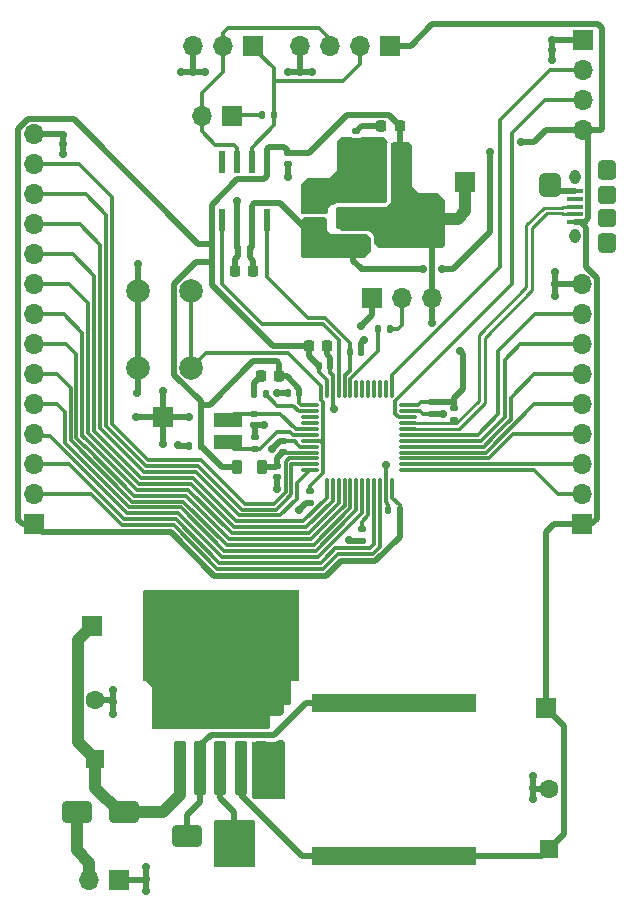
<source format=gbr>
%TF.GenerationSoftware,KiCad,Pcbnew,8.0.6*%
%TF.CreationDate,2024-11-10T12:55:48-08:00*%
%TF.ProjectId,stm32-can-do,73746d33-322d-4636-916e-2d646f2e6b69,v0.1*%
%TF.SameCoordinates,Original*%
%TF.FileFunction,Copper,L1,Top*%
%TF.FilePolarity,Positive*%
%FSLAX46Y46*%
G04 Gerber Fmt 4.6, Leading zero omitted, Abs format (unit mm)*
G04 Created by KiCad (PCBNEW 8.0.6) date 2024-11-10 12:55:48*
%MOMM*%
%LPD*%
G01*
G04 APERTURE LIST*
G04 Aperture macros list*
%AMRoundRect*
0 Rectangle with rounded corners*
0 $1 Rounding radius*
0 $2 $3 $4 $5 $6 $7 $8 $9 X,Y pos of 4 corners*
0 Add a 4 corners polygon primitive as box body*
4,1,4,$2,$3,$4,$5,$6,$7,$8,$9,$2,$3,0*
0 Add four circle primitives for the rounded corners*
1,1,$1+$1,$2,$3*
1,1,$1+$1,$4,$5*
1,1,$1+$1,$6,$7*
1,1,$1+$1,$8,$9*
0 Add four rect primitives between the rounded corners*
20,1,$1+$1,$2,$3,$4,$5,0*
20,1,$1+$1,$4,$5,$6,$7,0*
20,1,$1+$1,$6,$7,$8,$9,0*
20,1,$1+$1,$8,$9,$2,$3,0*%
G04 Aperture macros list end*
%TA.AperFunction,ComponentPad*%
%ADD10R,1.700000X1.700000*%
%TD*%
%TA.AperFunction,ComponentPad*%
%ADD11O,1.700000X1.700000*%
%TD*%
%TA.AperFunction,SMDPad,CuDef*%
%ADD12RoundRect,0.250000X0.250000X0.475000X-0.250000X0.475000X-0.250000X-0.475000X0.250000X-0.475000X0*%
%TD*%
%TA.AperFunction,SMDPad,CuDef*%
%ADD13RoundRect,0.218750X-0.218750X-0.256250X0.218750X-0.256250X0.218750X0.256250X-0.218750X0.256250X0*%
%TD*%
%TA.AperFunction,SMDPad,CuDef*%
%ADD14RoundRect,0.250000X0.475000X-0.250000X0.475000X0.250000X-0.475000X0.250000X-0.475000X-0.250000X0*%
%TD*%
%TA.AperFunction,SMDPad,CuDef*%
%ADD15R,13.970000X1.524000*%
%TD*%
%TA.AperFunction,SMDPad,CuDef*%
%ADD16RoundRect,0.140000X0.170000X-0.140000X0.170000X0.140000X-0.170000X0.140000X-0.170000X-0.140000X0*%
%TD*%
%TA.AperFunction,SMDPad,CuDef*%
%ADD17RoundRect,0.250000X-1.000000X-0.650000X1.000000X-0.650000X1.000000X0.650000X-1.000000X0.650000X0*%
%TD*%
%TA.AperFunction,ComponentPad*%
%ADD18R,1.600000X1.600000*%
%TD*%
%TA.AperFunction,ComponentPad*%
%ADD19C,1.600000*%
%TD*%
%TA.AperFunction,SMDPad,CuDef*%
%ADD20RoundRect,0.250000X1.000000X0.650000X-1.000000X0.650000X-1.000000X-0.650000X1.000000X-0.650000X0*%
%TD*%
%TA.AperFunction,SMDPad,CuDef*%
%ADD21RoundRect,0.140000X0.140000X0.170000X-0.140000X0.170000X-0.140000X-0.170000X0.140000X-0.170000X0*%
%TD*%
%TA.AperFunction,SMDPad,CuDef*%
%ADD22RoundRect,0.250000X0.300000X-2.050000X0.300000X2.050000X-0.300000X2.050000X-0.300000X-2.050000X0*%
%TD*%
%TA.AperFunction,SMDPad,CuDef*%
%ADD23RoundRect,0.250000X2.375000X-2.025000X2.375000X2.025000X-2.375000X2.025000X-2.375000X-2.025000X0*%
%TD*%
%TA.AperFunction,SMDPad,CuDef*%
%ADD24RoundRect,0.250002X5.149998X-4.449998X5.149998X4.449998X-5.149998X4.449998X-5.149998X-4.449998X0*%
%TD*%
%TA.AperFunction,SMDPad,CuDef*%
%ADD25RoundRect,0.140000X-0.140000X-0.170000X0.140000X-0.170000X0.140000X0.170000X-0.140000X0.170000X0*%
%TD*%
%TA.AperFunction,SMDPad,CuDef*%
%ADD26RoundRect,0.075000X-0.662500X-0.075000X0.662500X-0.075000X0.662500X0.075000X-0.662500X0.075000X0*%
%TD*%
%TA.AperFunction,SMDPad,CuDef*%
%ADD27RoundRect,0.075000X-0.075000X-0.662500X0.075000X-0.662500X0.075000X0.662500X-0.075000X0.662500X0*%
%TD*%
%TA.AperFunction,SMDPad,CuDef*%
%ADD28RoundRect,0.225000X-0.225000X-0.250000X0.225000X-0.250000X0.225000X0.250000X-0.225000X0.250000X0*%
%TD*%
%TA.AperFunction,SMDPad,CuDef*%
%ADD29RoundRect,0.135000X-0.185000X0.135000X-0.185000X-0.135000X0.185000X-0.135000X0.185000X0.135000X0*%
%TD*%
%TA.AperFunction,SMDPad,CuDef*%
%ADD30RoundRect,0.140000X-0.170000X0.140000X-0.170000X-0.140000X0.170000X-0.140000X0.170000X0.140000X0*%
%TD*%
%TA.AperFunction,SMDPad,CuDef*%
%ADD31RoundRect,0.100000X0.575000X-0.100000X0.575000X0.100000X-0.575000X0.100000X-0.575000X-0.100000X0*%
%TD*%
%TA.AperFunction,ComponentPad*%
%ADD32O,1.550000X0.890000*%
%TD*%
%TA.AperFunction,SMDPad,CuDef*%
%ADD33RoundRect,0.250000X0.525000X-0.475000X0.525000X0.475000X-0.525000X0.475000X-0.525000X-0.475000X0*%
%TD*%
%TA.AperFunction,ComponentPad*%
%ADD34O,0.950000X1.250000*%
%TD*%
%TA.AperFunction,SMDPad,CuDef*%
%ADD35RoundRect,0.250000X0.525000X-0.500000X0.525000X0.500000X-0.525000X0.500000X-0.525000X-0.500000X0*%
%TD*%
%TA.AperFunction,ComponentPad*%
%ADD36C,2.000000*%
%TD*%
%TA.AperFunction,SMDPad,CuDef*%
%ADD37R,0.558000X1.969999*%
%TD*%
%TA.AperFunction,SMDPad,CuDef*%
%ADD38RoundRect,0.375000X-0.625000X-0.375000X0.625000X-0.375000X0.625000X0.375000X-0.625000X0.375000X0*%
%TD*%
%TA.AperFunction,SMDPad,CuDef*%
%ADD39RoundRect,0.500000X-0.500000X-1.400000X0.500000X-1.400000X0.500000X1.400000X-0.500000X1.400000X0*%
%TD*%
%TA.AperFunction,SMDPad,CuDef*%
%ADD40RoundRect,0.135000X-0.135000X-0.185000X0.135000X-0.185000X0.135000X0.185000X-0.135000X0.185000X0*%
%TD*%
%TA.AperFunction,SMDPad,CuDef*%
%ADD41R,2.387600X1.295400*%
%TD*%
%TA.AperFunction,SMDPad,CuDef*%
%ADD42RoundRect,0.135000X0.185000X-0.135000X0.185000X0.135000X-0.185000X0.135000X-0.185000X-0.135000X0*%
%TD*%
%TA.AperFunction,SMDPad,CuDef*%
%ADD43RoundRect,0.218750X0.218750X0.381250X-0.218750X0.381250X-0.218750X-0.381250X0.218750X-0.381250X0*%
%TD*%
%TA.AperFunction,SMDPad,CuDef*%
%ADD44RoundRect,0.225000X0.225000X0.250000X-0.225000X0.250000X-0.225000X-0.250000X0.225000X-0.250000X0*%
%TD*%
%TA.AperFunction,SMDPad,CuDef*%
%ADD45RoundRect,0.135000X0.135000X0.185000X-0.135000X0.185000X-0.135000X-0.185000X0.135000X-0.185000X0*%
%TD*%
%TA.AperFunction,ViaPad*%
%ADD46C,0.700000*%
%TD*%
%TA.AperFunction,Conductor*%
%ADD47C,0.500000*%
%TD*%
%TA.AperFunction,Conductor*%
%ADD48C,0.300000*%
%TD*%
%TA.AperFunction,Conductor*%
%ADD49C,1.000000*%
%TD*%
%TA.AperFunction,Conductor*%
%ADD50C,0.250000*%
%TD*%
G04 APERTURE END LIST*
D10*
%TO.P,JP2,1,A*%
%TO.N,/STM32F103C8T6/JMPR_CAN_T*%
X137525000Y-55600000D03*
D11*
%TO.P,JP2,2,B*%
%TO.N,CAN_H*%
X134985000Y-55600000D03*
%TD*%
D12*
%TO.P,C19,1*%
%TO.N,+3.3V*%
X151775000Y-59012500D03*
%TO.P,C19,2*%
%TO.N,GND*%
X149875000Y-59012500D03*
%TD*%
D10*
%TO.P,J2,1,Pin_1*%
%TO.N,GND*%
X127967500Y-120302000D03*
D11*
%TO.P,J2,2,Pin_2*%
%TO.N,+24V*%
X125427500Y-120302000D03*
%TD*%
D10*
%TO.P,JP1,1,A*%
%TO.N,GND*%
X149410000Y-71075000D03*
D11*
%TO.P,JP1,2,C*%
%TO.N,/STM32F103C8T6/JMPR_BOOT0*%
X151950000Y-71075000D03*
%TO.P,JP1,3,B*%
%TO.N,+3.3V*%
X154490000Y-71075000D03*
%TD*%
D10*
%TO.P,TP3,1,1*%
%TO.N,+3.3V*%
X157300000Y-61250000D03*
%TD*%
D13*
%TO.P,D1,1,K*%
%TO.N,/STM32F103C8T6/LED_USR_R*%
X139987500Y-77675000D03*
%TO.P,D1,2,A*%
%TO.N,+3.3V*%
X141562500Y-77675000D03*
%TD*%
D14*
%TO.P,C18,1*%
%TO.N,+5V*%
X144525000Y-64937500D03*
%TO.P,C18,2*%
%TO.N,GND*%
X144525000Y-63037500D03*
%TD*%
D15*
%TO.P,L1,1,1*%
%TO.N,/Power Regulation/VOUT*%
X151292500Y-105325000D03*
%TO.P,L1,2,2*%
%TO.N,+5V*%
X151292500Y-118279000D03*
%TD*%
D16*
%TO.P,C13,1*%
%TO.N,+3.3VA*%
X141850000Y-84105000D03*
%TO.P,C13,2*%
%TO.N,GND*%
X141850000Y-83145000D03*
%TD*%
D17*
%TO.P,D3,1,K*%
%TO.N,/Power Regulation/VOUT*%
X133742500Y-116602000D03*
%TO.P,D3,2,A*%
%TO.N,GND*%
X137742500Y-116602000D03*
%TD*%
D10*
%TO.P,J5,1,Pin_1*%
%TO.N,CAN_L*%
X139350000Y-49700000D03*
D11*
%TO.P,J5,2,Pin_2*%
%TO.N,CAN_H*%
X136810000Y-49700000D03*
%TO.P,J5,3,Pin_3*%
%TO.N,GND*%
X134270000Y-49700000D03*
%TD*%
D18*
%TO.P,C17,1*%
%TO.N,+5V*%
X164417500Y-117654651D03*
D19*
%TO.P,C17,2*%
%TO.N,GND*%
X164417500Y-112654651D03*
%TD*%
D10*
%TO.P,J7,1,Pin_1*%
%TO.N,+5V*%
X167150000Y-90200000D03*
D11*
%TO.P,J7,2,Pin_2*%
%TO.N,PB12*%
X167150000Y-87660000D03*
%TO.P,J7,3,Pin_3*%
%TO.N,PB13*%
X167150000Y-85120000D03*
%TO.P,J7,4,Pin_4*%
%TO.N,PB14*%
X167150000Y-82580000D03*
%TO.P,J7,5,Pin_5*%
%TO.N,PB15*%
X167150000Y-80040000D03*
%TO.P,J7,6,Pin_6*%
%TO.N,PA8*%
X167150000Y-77500000D03*
%TO.P,J7,7,Pin_7*%
%TO.N,PA9*%
X167150000Y-74960000D03*
%TO.P,J7,8,Pin_8*%
%TO.N,PA10*%
X167150000Y-72420000D03*
%TO.P,J7,9,Pin_9*%
%TO.N,GND*%
X167150000Y-69880000D03*
%TD*%
D18*
%TO.P,C16,1*%
%TO.N,+24VPROT*%
X125967500Y-110104651D03*
D19*
%TO.P,C16,2*%
%TO.N,GND*%
X125967500Y-105104651D03*
%TD*%
D20*
%TO.P,D2,1,K*%
%TO.N,+24VPROT*%
X128392500Y-114577000D03*
%TO.P,D2,2,A*%
%TO.N,+24V*%
X124392500Y-114577000D03*
%TD*%
D13*
%TO.P,D4,1,K*%
%TO.N,/Power Regulation/LED_PWR_R*%
X150187500Y-56487500D03*
%TO.P,D4,2,A*%
%TO.N,+3.3V*%
X151762500Y-56487500D03*
%TD*%
D10*
%TO.P,J3,1,Pin_1*%
%TO.N,+5V*%
X150945000Y-49700000D03*
D11*
%TO.P,J3,2,Pin_2*%
%TO.N,CAN_L*%
X148405000Y-49700000D03*
%TO.P,J3,3,Pin_3*%
%TO.N,CAN_H*%
X145865000Y-49700000D03*
%TO.P,J3,4,Pin_4*%
%TO.N,GND*%
X143325000Y-49700000D03*
%TD*%
D21*
%TO.P,C3,1*%
%TO.N,+5V*%
X139035000Y-66926300D03*
%TO.P,C3,2*%
%TO.N,GND*%
X138075000Y-66926300D03*
%TD*%
D16*
%TO.P,C8,1*%
%TO.N,GND*%
X139424999Y-81782499D03*
%TO.P,C8,2*%
%TO.N,/STM32F103C8T6/OSC_IN*%
X139424999Y-80822499D03*
%TD*%
D10*
%TO.P,TP1,1,1*%
%TO.N,+24VPROT*%
X125667500Y-98802000D03*
%TD*%
%TO.P,J6,1,Pin_1*%
%TO.N,+3.3V*%
X120775000Y-90205000D03*
D11*
%TO.P,J6,2,Pin_2*%
%TO.N,PB11*%
X120775000Y-87665000D03*
%TO.P,J6,3,Pin_3*%
%TO.N,PB10*%
X120775000Y-85125000D03*
%TO.P,J6,4,Pin_4*%
%TO.N,PB1*%
X120775000Y-82585000D03*
%TO.P,J6,5,Pin_5*%
%TO.N,PB0*%
X120775000Y-80045000D03*
%TO.P,J6,6,Pin_6*%
%TO.N,PA7*%
X120775000Y-77505000D03*
%TO.P,J6,7,Pin_7*%
%TO.N,PA6*%
X120775000Y-74965000D03*
%TO.P,J6,8,Pin_8*%
%TO.N,PA5*%
X120775000Y-72425000D03*
%TO.P,J6,9,Pin_9*%
%TO.N,PA4*%
X120775000Y-69885000D03*
%TO.P,J6,10,Pin_10*%
%TO.N,PA3*%
X120775000Y-67345000D03*
%TO.P,J6,11,Pin_11*%
%TO.N,PA2*%
X120775000Y-64805000D03*
%TO.P,J6,12,Pin_12*%
%TO.N,PA1*%
X120775000Y-62265000D03*
%TO.P,J6,13,Pin_13*%
%TO.N,PA0*%
X120775000Y-59725000D03*
%TO.P,J6,14,Pin_14*%
%TO.N,GND*%
X120775000Y-57185000D03*
%TD*%
D22*
%TO.P,U3,1,VIN*%
%TO.N,+24VPROT*%
X133167500Y-110802000D03*
%TO.P,U3,2,OUT*%
%TO.N,/Power Regulation/VOUT*%
X134867500Y-110802000D03*
%TO.P,U3,3,GND*%
%TO.N,GND*%
X136567500Y-110802000D03*
D23*
X133792500Y-104077000D03*
X139342500Y-104077000D03*
D24*
X136567500Y-101652000D03*
D23*
X133792500Y-99227000D03*
X139342500Y-99227000D03*
D22*
%TO.P,U3,4,FB*%
%TO.N,+5V*%
X138267500Y-110802000D03*
%TO.P,U3,5,~{ON}/OFF*%
%TO.N,GND*%
X139967500Y-110802000D03*
%TD*%
D25*
%TO.P,C5,1*%
%TO.N,/STM32F103C8T6/CAN_RX*%
X147495000Y-75575000D03*
%TO.P,C5,2*%
%TO.N,GND*%
X148455000Y-75575000D03*
%TD*%
D26*
%TO.P,U2,1,VBAT*%
%TO.N,+3.3V*%
X144162500Y-80125000D03*
%TO.P,U2,2,PC13*%
%TO.N,/STM32F103C8T6/PC13*%
X144162500Y-80625000D03*
%TO.P,U2,3,PC14*%
%TO.N,unconnected-(U2-PC14-Pad3)*%
X144162500Y-81125000D03*
%TO.P,U2,4,PC15*%
%TO.N,unconnected-(U2-PC15-Pad4)*%
X144162500Y-81625000D03*
%TO.P,U2,5,PD0*%
%TO.N,/STM32F103C8T6/OSC_IN*%
X144162500Y-82125000D03*
%TO.P,U2,6,PD1*%
%TO.N,/STM32F103C8T6/OSC_OUT*%
X144162500Y-82625000D03*
%TO.P,U2,7,NRST*%
%TO.N,/STM32F103C8T6/NRST*%
X144162500Y-83125000D03*
%TO.P,U2,8,VSSA*%
%TO.N,GND*%
X144162500Y-83625000D03*
%TO.P,U2,9,VDDA*%
%TO.N,+3.3VA*%
X144162500Y-84125000D03*
%TO.P,U2,10,PA0*%
%TO.N,PA0*%
X144162500Y-84625000D03*
%TO.P,U2,11,PA1*%
%TO.N,PA1*%
X144162500Y-85125000D03*
%TO.P,U2,12,PA2*%
%TO.N,PA2*%
X144162500Y-85625000D03*
D27*
%TO.P,U2,13,PA3*%
%TO.N,PA3*%
X145575000Y-87037500D03*
%TO.P,U2,14,PA4*%
%TO.N,PA4*%
X146075000Y-87037500D03*
%TO.P,U2,15,PA5*%
%TO.N,PA5*%
X146575000Y-87037500D03*
%TO.P,U2,16,PA6*%
%TO.N,PA6*%
X147075000Y-87037500D03*
%TO.P,U2,17,PA7*%
%TO.N,PA7*%
X147575000Y-87037500D03*
%TO.P,U2,18,PB0*%
%TO.N,PB0*%
X148075000Y-87037500D03*
%TO.P,U2,19,PB1*%
%TO.N,PB1*%
X148575000Y-87037500D03*
%TO.P,U2,20,PB2*%
%TO.N,/STM32F103C8T6/BOOT1*%
X149075000Y-87037500D03*
%TO.P,U2,21,PB10*%
%TO.N,PB10*%
X149575000Y-87037500D03*
%TO.P,U2,22,PB11*%
%TO.N,PB11*%
X150075000Y-87037500D03*
%TO.P,U2,23,VSS*%
%TO.N,GND*%
X150575000Y-87037500D03*
%TO.P,U2,24,VDD*%
%TO.N,+3.3V*%
X151075000Y-87037500D03*
D26*
%TO.P,U2,25,PB12*%
%TO.N,PB12*%
X152487500Y-85625000D03*
%TO.P,U2,26,PB13*%
%TO.N,PB13*%
X152487500Y-85125000D03*
%TO.P,U2,27,PB14*%
%TO.N,PB14*%
X152487500Y-84625000D03*
%TO.P,U2,28,PB15*%
%TO.N,PB15*%
X152487500Y-84125000D03*
%TO.P,U2,29,PA8*%
%TO.N,PA8*%
X152487500Y-83625000D03*
%TO.P,U2,30,PA9*%
%TO.N,PA9*%
X152487500Y-83125000D03*
%TO.P,U2,31,PA10*%
%TO.N,PA10*%
X152487500Y-82625000D03*
%TO.P,U2,32,PA11*%
%TO.N,USB_D-*%
X152487500Y-82125000D03*
%TO.P,U2,33,PA12*%
%TO.N,USB_D+*%
X152487500Y-81625000D03*
%TO.P,U2,34,PA13*%
%TO.N,SWDIO*%
X152487500Y-81125000D03*
%TO.P,U2,35,VSS*%
%TO.N,GND*%
X152487500Y-80625000D03*
%TO.P,U2,36,VDD*%
%TO.N,+3.3V*%
X152487500Y-80125000D03*
D27*
%TO.P,U2,37,PA14*%
%TO.N,SWCLK*%
X151075000Y-78712500D03*
%TO.P,U2,38,PA15*%
%TO.N,unconnected-(U2-PA15-Pad38)*%
X150575000Y-78712500D03*
%TO.P,U2,39,PB3*%
%TO.N,unconnected-(U2-PB3-Pad39)*%
X150075000Y-78712500D03*
%TO.P,U2,40,PB4*%
%TO.N,unconnected-(U2-PB4-Pad40)*%
X149575000Y-78712500D03*
%TO.P,U2,41,PB5*%
%TO.N,unconnected-(U2-PB5-Pad41)*%
X149075000Y-78712500D03*
%TO.P,U2,42,PB6*%
%TO.N,unconnected-(U2-PB6-Pad42)*%
X148575000Y-78712500D03*
%TO.P,U2,43,PB7*%
%TO.N,unconnected-(U2-PB7-Pad43)*%
X148075000Y-78712500D03*
%TO.P,U2,44,BOOT0*%
%TO.N,/STM32F103C8T6/BOOT0*%
X147575000Y-78712500D03*
%TO.P,U2,45,PB8*%
%TO.N,/STM32F103C8T6/CAN_RX*%
X147075000Y-78712500D03*
%TO.P,U2,46,PB9*%
%TO.N,/STM32F103C8T6/CAN_TX*%
X146575000Y-78712500D03*
%TO.P,U2,47,VSS*%
%TO.N,GND*%
X146075000Y-78712500D03*
%TO.P,U2,48,VDD*%
%TO.N,+3.3V*%
X145575000Y-78712500D03*
%TD*%
D25*
%TO.P,C11,1*%
%TO.N,+3.3V*%
X144920000Y-76825000D03*
%TO.P,C11,2*%
%TO.N,GND*%
X145880000Y-76825000D03*
%TD*%
D28*
%TO.P,C6,1*%
%TO.N,+3.3V*%
X144050000Y-75075000D03*
%TO.P,C6,2*%
%TO.N,GND*%
X145600000Y-75075000D03*
%TD*%
D29*
%TO.P,R6,1*%
%TO.N,+3.3V*%
X156375000Y-80365000D03*
%TO.P,R6,2*%
%TO.N,USB_D+*%
X156375000Y-81385000D03*
%TD*%
D30*
%TO.P,C1,1*%
%TO.N,/STM32F103C8T6/NRST*%
X144150000Y-87420000D03*
%TO.P,C1,2*%
%TO.N,GND*%
X144150000Y-88380000D03*
%TD*%
D31*
%TO.P,J4,1,VBUS*%
%TO.N,+5V*%
X166600000Y-64605000D03*
%TO.P,J4,2,D-*%
%TO.N,USB_D-*%
X166600000Y-63955000D03*
%TO.P,J4,3,D+*%
%TO.N,USB_D+*%
X166600000Y-63305000D03*
%TO.P,J4,4,ID*%
%TO.N,unconnected-(J4-ID-Pad4)*%
X166600000Y-62655000D03*
%TO.P,J4,5,GND*%
%TO.N,GND*%
X166600000Y-62005000D03*
D32*
%TO.P,J4,6,Shield*%
%TO.N,unconnected-(J4-Shield-Pad6)_2*%
X169300000Y-66805000D03*
D33*
%TO.N,unconnected-(J4-Shield-Pad6)_1*%
X169300000Y-66330000D03*
D34*
%TO.N,unconnected-(J4-Shield-Pad6)_3*%
X166600000Y-65805000D03*
D35*
%TO.N,unconnected-(J4-Shield-Pad6)_6*%
X169300000Y-64305000D03*
%TO.N,unconnected-(J4-Shield-Pad6)_7*%
X169300000Y-62305000D03*
D34*
%TO.N,unconnected-(J4-Shield-Pad6)_5*%
X166600000Y-60805000D03*
D33*
%TO.N,unconnected-(J4-Shield-Pad6)*%
X169300000Y-60280000D03*
D32*
%TO.N,unconnected-(J4-Shield-Pad6)_4*%
X169300000Y-59805000D03*
%TD*%
D30*
%TO.P,C14,1*%
%TO.N,+3.3V*%
X154475000Y-79875000D03*
%TO.P,C14,2*%
%TO.N,GND*%
X154475000Y-80835000D03*
%TD*%
D36*
%TO.P,SW1,1,1*%
%TO.N,GND*%
X129600000Y-76950000D03*
X129600000Y-70450000D03*
%TO.P,SW1,2,2*%
%TO.N,/STM32F103C8T6/NRST*%
X134100000Y-76950000D03*
X134100000Y-70450000D03*
%TD*%
D10*
%TO.P,TP4,1,1*%
%TO.N,GND*%
X131700000Y-81150000D03*
%TD*%
%TO.P,TP2,1,1*%
%TO.N,+5V*%
X164167500Y-105777000D03*
%TD*%
D30*
%TO.P,C12,1*%
%TO.N,GND*%
X139450000Y-82840000D03*
%TO.P,C12,2*%
%TO.N,/STM32F103C8T6/OSC_OUT*%
X139450000Y-83800000D03*
%TD*%
D37*
%TO.P,U1,1,TXD*%
%TO.N,/STM32F103C8T6/CAN_TX*%
X136670000Y-64451300D03*
%TO.P,U1,2,GND*%
%TO.N,GND*%
X137940000Y-64451300D03*
%TO.P,U1,3,VCC*%
%TO.N,+5V*%
X139210000Y-64451300D03*
%TO.P,U1,4,RXD*%
%TO.N,/STM32F103C8T6/CAN_RX*%
X140480000Y-64451300D03*
%TO.P,U1,5,VIO*%
%TO.N,+3.3V*%
X140480000Y-59523700D03*
%TO.P,U1,6,CANL*%
%TO.N,CAN_L*%
X139210000Y-59523700D03*
%TO.P,U1,7,CANH*%
%TO.N,CAN_H*%
X137940000Y-59523700D03*
%TO.P,U1,8,STBY*%
%TO.N,unconnected-(U1-STBY-Pad8)*%
X136670000Y-59523700D03*
%TD*%
D38*
%TO.P,U4,1,GND*%
%TO.N,GND*%
X147825000Y-62037500D03*
%TO.P,U4,2,VO*%
%TO.N,+3.3V*%
X147825000Y-64337500D03*
D39*
X154125000Y-64337500D03*
D38*
%TO.P,U4,3,VI*%
%TO.N,+5V*%
X147825000Y-66637500D03*
%TD*%
D40*
%TO.P,R4,1*%
%TO.N,/STM32F103C8T6/LED_USR_R*%
X139415000Y-79200000D03*
%TO.P,R4,2*%
%TO.N,/STM32F103C8T6/PC13*%
X140435000Y-79200000D03*
%TD*%
D41*
%TO.P,Y1,1,1*%
%TO.N,/STM32F103C8T6/OSC_OUT*%
X137175000Y-83250000D03*
%TO.P,Y1,2,2*%
%TO.N,/STM32F103C8T6/OSC_IN*%
X137175000Y-81345000D03*
%TD*%
D21*
%TO.P,C7,1*%
%TO.N,+3.3V*%
X134880000Y-83550000D03*
%TO.P,C7,2*%
%TO.N,GND*%
X133920000Y-83550000D03*
%TD*%
D10*
%TO.P,J1,1,Pin_1*%
%TO.N,GND*%
X167250000Y-49185000D03*
D11*
%TO.P,J1,2,Pin_2*%
%TO.N,SWCLK*%
X167250000Y-51725000D03*
%TO.P,J1,3,Pin_3*%
%TO.N,SWDIO*%
X167250000Y-54264999D03*
%TO.P,J1,4,Pin_4*%
%TO.N,+5V*%
X167250000Y-56805000D03*
%TD*%
D42*
%TO.P,R3,1*%
%TO.N,GND*%
X148550000Y-91620000D03*
%TO.P,R3,2*%
%TO.N,/STM32F103C8T6/BOOT1*%
X148550000Y-90600000D03*
%TD*%
D43*
%TO.P,FB1,1*%
%TO.N,+3.3VA*%
X140087500Y-85350000D03*
%TO.P,FB1,2*%
%TO.N,+3.3V*%
X137962500Y-85350000D03*
%TD*%
D30*
%TO.P,C2,1*%
%TO.N,+3.3V*%
X142325000Y-58777500D03*
%TO.P,C2,2*%
%TO.N,GND*%
X142325000Y-59737500D03*
%TD*%
D21*
%TO.P,C15,1*%
%TO.N,+3.3V*%
X151730000Y-88975000D03*
%TO.P,C15,2*%
%TO.N,GND*%
X150770000Y-88975000D03*
%TD*%
%TO.P,C9,1*%
%TO.N,+3.3V*%
X143255000Y-79050000D03*
%TO.P,C9,2*%
%TO.N,GND*%
X142295000Y-79050000D03*
%TD*%
D44*
%TO.P,C4,1*%
%TO.N,+5V*%
X139350000Y-68737500D03*
%TO.P,C4,2*%
%TO.N,GND*%
X137800000Y-68737500D03*
%TD*%
D45*
%TO.P,R2,1*%
%TO.N,/STM32F103C8T6/JMPR_BOOT0*%
X150960000Y-73675000D03*
%TO.P,R2,2*%
%TO.N,/STM32F103C8T6/BOOT0*%
X149940000Y-73675000D03*
%TD*%
D42*
%TO.P,R5,1*%
%TO.N,GND*%
X148075000Y-57947500D03*
%TO.P,R5,2*%
%TO.N,/Power Regulation/LED_PWR_R*%
X148075000Y-56927500D03*
%TD*%
D30*
%TO.P,C10,1*%
%TO.N,+3.3VA*%
X141375000Y-85275000D03*
%TO.P,C10,2*%
%TO.N,GND*%
X141375000Y-86235000D03*
%TD*%
D40*
%TO.P,R1,1*%
%TO.N,/STM32F103C8T6/JMPR_CAN_T*%
X140090000Y-55550000D03*
%TO.P,R1,2*%
%TO.N,CAN_L*%
X141110000Y-55550000D03*
%TD*%
D46*
%TO.N,GND*%
X132000000Y-107000000D03*
X145025000Y-61725000D03*
X137000000Y-107000000D03*
X127500000Y-106250000D03*
X163000000Y-113500000D03*
X127500000Y-104250000D03*
X164650000Y-50875000D03*
X164850000Y-68850000D03*
X130500000Y-98750000D03*
X135250000Y-51900000D03*
X164900000Y-60975000D03*
X140500000Y-96250000D03*
X164650000Y-49175000D03*
X164900000Y-61975000D03*
X142750000Y-101750000D03*
X142750000Y-102750000D03*
X142750000Y-98750000D03*
X142750000Y-100750000D03*
X132500000Y-96250000D03*
X130250000Y-121250000D03*
X144050000Y-61725000D03*
X129475000Y-79125000D03*
X130250000Y-119250000D03*
X141500000Y-96250000D03*
X134000000Y-107000000D03*
X123250000Y-57200000D03*
X148450000Y-73400000D03*
X130500000Y-101750000D03*
X134500000Y-96250000D03*
X148700000Y-59000000D03*
X135500000Y-96250000D03*
X140275000Y-81800000D03*
X135000000Y-107000000D03*
X148725000Y-74600000D03*
X163000000Y-111500000D03*
X146200000Y-80475000D03*
X123250000Y-58025000D03*
X141350000Y-79075000D03*
X129400000Y-81100000D03*
X133925000Y-81125000D03*
X137500000Y-96250000D03*
X144300000Y-51900000D03*
X139000000Y-107000000D03*
X130500000Y-96750000D03*
X136750000Y-118750000D03*
X131700000Y-83400000D03*
X163000000Y-112500000D03*
X141250000Y-112000000D03*
X130500000Y-100750000D03*
X138000000Y-107000000D03*
X138500000Y-96250000D03*
X141250000Y-110000000D03*
X127500000Y-105250000D03*
X142750000Y-97750000D03*
X134250000Y-51900000D03*
X142300000Y-60775000D03*
X164050000Y-61975000D03*
X130250000Y-120250000D03*
X164850000Y-70850000D03*
X133250000Y-51900000D03*
X123250000Y-58875000D03*
X141250000Y-111000000D03*
X141250000Y-109000000D03*
X164650000Y-50025000D03*
X155450000Y-80850000D03*
X147050000Y-57925000D03*
X142750000Y-96750000D03*
X139500000Y-96250000D03*
X140000000Y-107000000D03*
X141375000Y-87175000D03*
X164850000Y-69850000D03*
X142300000Y-51900000D03*
X130500000Y-102750000D03*
X132950000Y-83525000D03*
X142750000Y-99750000D03*
X136000000Y-107000000D03*
X164050000Y-60975000D03*
X137750000Y-118750000D03*
X149525000Y-61550000D03*
X138000000Y-62825000D03*
X133500000Y-96250000D03*
X138750000Y-118750000D03*
X131725000Y-78875000D03*
X149525000Y-62550000D03*
X136500000Y-96250000D03*
X147475000Y-91540000D03*
X143300000Y-51900000D03*
X130500000Y-97750000D03*
X130500000Y-99750000D03*
X129600000Y-68150000D03*
X150600000Y-85200000D03*
X133000000Y-107000000D03*
X131500000Y-96250000D03*
X140907475Y-83807475D03*
X143200000Y-88950000D03*
X141250000Y-113000000D03*
%TO.N,+3.3V*%
X154455025Y-73155025D03*
X156850000Y-75550000D03*
%TO.N,+5V*%
X153690000Y-68600000D03*
X159400000Y-58650000D03*
X161975000Y-57850000D03*
X155290000Y-68600000D03*
%TD*%
D47*
%TO.N,GND*%
X129600000Y-76950000D02*
X129600000Y-70450000D01*
X143325000Y-49700000D02*
X143325000Y-51875000D01*
X141375000Y-79050000D02*
X141350000Y-79075000D01*
X136567500Y-110802000D02*
X136567500Y-113402000D01*
X155435000Y-80835000D02*
X155450000Y-80850000D01*
X137940000Y-66791300D02*
X138075000Y-66926300D01*
X133925000Y-81125000D02*
X133900000Y-81150000D01*
X139424999Y-81782499D02*
X140257499Y-81782499D01*
X145600000Y-75825000D02*
X145880000Y-76105000D01*
X164880000Y-69880000D02*
X164850000Y-69850000D01*
X131700000Y-81150000D02*
X131700000Y-78900000D01*
X137800000Y-67725000D02*
X138075000Y-67450000D01*
D48*
X146075000Y-78712500D02*
X146075000Y-80350000D01*
D47*
X149410000Y-72440000D02*
X148450000Y-73400000D01*
X137800000Y-68737500D02*
X137800000Y-67725000D01*
X123250000Y-57200000D02*
X123250000Y-58875000D01*
D48*
X152487500Y-80625000D02*
X153500000Y-80625000D01*
X143075000Y-83378120D02*
X143075000Y-83375000D01*
D49*
X164050000Y-60975000D02*
X164050000Y-61975000D01*
D47*
X139450000Y-81807500D02*
X139424999Y-81782499D01*
X131700000Y-81150000D02*
X131700000Y-83400000D01*
X133920000Y-83550000D02*
X132975000Y-83550000D01*
X129600000Y-70450000D02*
X129600000Y-68150000D01*
X164417500Y-112654651D02*
X163154651Y-112654651D01*
X144150000Y-88380000D02*
X143770000Y-88380000D01*
X164650000Y-49175000D02*
X164650000Y-50875000D01*
X142325000Y-60750000D02*
X142300000Y-60775000D01*
X136567500Y-113402000D02*
X137742500Y-114577000D01*
X145600000Y-75075000D02*
X145600000Y-75825000D01*
D48*
X150575000Y-87037500D02*
X150575000Y-85225000D01*
D47*
X147072500Y-57947500D02*
X147050000Y-57925000D01*
X145880000Y-76105000D02*
X145880000Y-76825000D01*
X143770000Y-88380000D02*
X143200000Y-88950000D01*
D48*
X146075000Y-78712500D02*
X146075000Y-77575000D01*
X150770000Y-88545000D02*
X150770000Y-88975000D01*
D47*
X148550000Y-91620000D02*
X147555000Y-91620000D01*
D48*
X150575000Y-88350000D02*
X150770000Y-88545000D01*
D49*
X164050000Y-61975000D02*
X164900000Y-61975000D01*
D47*
X127354651Y-105104651D02*
X127500000Y-105250000D01*
X139450000Y-82840000D02*
X139450000Y-81807500D01*
X154475000Y-80835000D02*
X155435000Y-80835000D01*
D48*
X144162500Y-83625000D02*
X143321880Y-83625000D01*
D47*
X133250000Y-51900000D02*
X135250000Y-51900000D01*
X143325000Y-51875000D02*
X143300000Y-51900000D01*
D48*
X150575000Y-85225000D02*
X150600000Y-85200000D01*
D47*
X141375000Y-86235000D02*
X141375000Y-87175000D01*
X166600000Y-62005000D02*
X164930000Y-62005000D01*
D48*
X143075000Y-83375000D02*
X142845000Y-83145000D01*
X142845000Y-83145000D02*
X141850000Y-83145000D01*
D47*
X141569950Y-83145000D02*
X140907475Y-83807475D01*
X133900000Y-81150000D02*
X131700000Y-81150000D01*
D48*
X146075000Y-80350000D02*
X146200000Y-80475000D01*
D47*
X141850000Y-83145000D02*
X141569950Y-83145000D01*
X148455000Y-74870000D02*
X148725000Y-74600000D01*
D48*
X153710000Y-80835000D02*
X154475000Y-80835000D01*
D47*
X164660000Y-49185000D02*
X164650000Y-49175000D01*
X131700000Y-81150000D02*
X129450000Y-81150000D01*
X148455000Y-75575000D02*
X148455000Y-74870000D01*
X147555000Y-91620000D02*
X147475000Y-91540000D01*
X129450000Y-81150000D02*
X129400000Y-81100000D01*
X163000000Y-111500000D02*
X163000000Y-113500000D01*
D48*
X153500000Y-80625000D02*
X153710000Y-80835000D01*
D47*
X130198000Y-120302000D02*
X130250000Y-120250000D01*
D49*
X164900000Y-61975000D02*
X164900000Y-60975000D01*
D47*
X137940000Y-64451300D02*
X137940000Y-62885000D01*
X137940000Y-64451300D02*
X137940000Y-66791300D01*
D48*
X150575000Y-87037500D02*
X150575000Y-88350000D01*
X146075000Y-77575000D02*
X145880000Y-77380000D01*
D47*
X142325000Y-59737500D02*
X142325000Y-60750000D01*
X137940000Y-62885000D02*
X138000000Y-62825000D01*
X167250000Y-49185000D02*
X164660000Y-49185000D01*
X163154651Y-112654651D02*
X163000000Y-112500000D01*
X137742500Y-114577000D02*
X137742500Y-116602000D01*
X145600000Y-75075000D02*
X145600000Y-74850000D01*
X138075000Y-67450000D02*
X138075000Y-66926300D01*
X164930000Y-62005000D02*
X164900000Y-61975000D01*
X127500000Y-104250000D02*
X127500000Y-106250000D01*
X125967500Y-105104651D02*
X127354651Y-105104651D01*
X142300000Y-51900000D02*
X144300000Y-51900000D01*
X140257499Y-81782499D02*
X140275000Y-81800000D01*
X132975000Y-83550000D02*
X132950000Y-83525000D01*
X148712500Y-59012500D02*
X148700000Y-59000000D01*
X149410000Y-71075000D02*
X149410000Y-72440000D01*
X129600000Y-76950000D02*
X129600000Y-79000000D01*
X129600000Y-79000000D02*
X129475000Y-79125000D01*
X127967500Y-120302000D02*
X130198000Y-120302000D01*
X164850000Y-68850000D02*
X164850000Y-70850000D01*
X142295000Y-79050000D02*
X141375000Y-79050000D01*
D48*
X143321880Y-83625000D02*
X143075000Y-83378120D01*
D47*
X120775000Y-57185000D02*
X123235000Y-57185000D01*
D49*
X164900000Y-60975000D02*
X164050000Y-60975000D01*
D47*
X134270000Y-49700000D02*
X134270000Y-51905000D01*
X130250000Y-119250000D02*
X130250000Y-121250000D01*
X131700000Y-78900000D02*
X131725000Y-78875000D01*
X123235000Y-57185000D02*
X123250000Y-57200000D01*
X134270000Y-51905000D02*
X134250000Y-51925000D01*
X167150000Y-69880000D02*
X164880000Y-69880000D01*
D48*
X145880000Y-77380000D02*
X145880000Y-76825000D01*
D47*
%TO.N,+3.3V*%
X136019623Y-94550000D02*
X145523276Y-94550000D01*
X135825000Y-67975000D02*
X135825000Y-66525000D01*
X157125000Y-78775000D02*
X157125000Y-75825000D01*
D48*
X151075000Y-87950000D02*
X151730000Y-88605000D01*
D49*
X156637500Y-64337500D02*
X157300000Y-63675000D01*
D47*
X154475000Y-79875000D02*
X156350000Y-79875000D01*
X146733276Y-93340000D02*
X149690635Y-93340000D01*
X124135000Y-55885000D02*
X134700000Y-66450000D01*
X140480000Y-59523700D02*
X140480000Y-58420000D01*
X141975000Y-58250000D02*
X142325000Y-58600000D01*
D48*
X143250000Y-79750000D02*
X143255000Y-79745000D01*
D47*
X144050000Y-75955000D02*
X144920000Y-76825000D01*
X134880000Y-83550000D02*
X134880000Y-80075000D01*
X151762500Y-56487500D02*
X150837500Y-55562500D01*
D49*
X154125000Y-64337500D02*
X156637500Y-64337500D01*
D47*
X135825000Y-66525000D02*
X135825000Y-63132301D01*
X121445000Y-90875000D02*
X132344623Y-90875000D01*
X132344623Y-90875000D02*
X136019623Y-94550000D01*
X151775000Y-59012500D02*
X151775000Y-56500000D01*
X140480000Y-60720000D02*
X140480000Y-59523700D01*
D48*
X143255000Y-79745000D02*
X143255000Y-79050000D01*
X143425000Y-80125000D02*
X143250000Y-79950000D01*
D47*
X144050000Y-75075000D02*
X144050000Y-75955000D01*
D49*
X157300000Y-63675000D02*
X157300000Y-61250000D01*
D47*
X144050000Y-75075000D02*
X141001472Y-75075000D01*
X132650000Y-69849390D02*
X134524390Y-67975000D01*
X140650000Y-58250000D02*
X141975000Y-58250000D01*
X141325000Y-76375000D02*
X139350000Y-76375000D01*
D48*
X151075000Y-87037500D02*
X151075000Y-87950000D01*
D47*
X134880000Y-80075000D02*
X134880000Y-79780610D01*
X156375000Y-79525000D02*
X157125000Y-78775000D01*
X156375000Y-80365000D02*
X156375000Y-79900000D01*
X156375000Y-79900000D02*
X156375000Y-79525000D01*
X134524390Y-67975000D02*
X135825000Y-67975000D01*
X120775000Y-90205000D02*
X121445000Y-90875000D01*
X120236522Y-55885000D02*
X124135000Y-55885000D01*
X141562500Y-77675000D02*
X141562500Y-76612500D01*
X134880000Y-79780610D02*
X132650000Y-77550610D01*
X154455025Y-73155025D02*
X154455025Y-71109975D01*
X157125000Y-75825000D02*
X156850000Y-75550000D01*
X137962500Y-85350000D02*
X136680000Y-85350000D01*
X132650000Y-77550610D02*
X132650000Y-69849390D01*
X120775000Y-90205000D02*
X119830000Y-90205000D01*
X141001472Y-75075000D02*
X135825000Y-69898528D01*
X135750000Y-66450000D02*
X135825000Y-66525000D01*
X137998602Y-60958699D02*
X140241301Y-60958699D01*
X119425000Y-89800000D02*
X119425000Y-56696522D01*
X141562500Y-77675000D02*
X142189999Y-77675000D01*
X135650000Y-80075000D02*
X134880000Y-80075000D01*
D48*
X145575000Y-77950000D02*
X144920000Y-77295000D01*
D47*
X154490000Y-71075000D02*
X154490000Y-64702500D01*
X142325000Y-58600000D02*
X142325000Y-58777500D01*
X151730000Y-91300635D02*
X151730000Y-88975000D01*
X151775000Y-56500000D02*
X151762500Y-56487500D01*
D48*
X145575000Y-78712500D02*
X145575000Y-77950000D01*
D47*
X145523276Y-94550000D02*
X146733276Y-93340000D01*
X136680000Y-85350000D02*
X134880000Y-83550000D01*
X119830000Y-90205000D02*
X119425000Y-89800000D01*
X135825000Y-63132301D02*
X137998602Y-60958699D01*
D48*
X143250000Y-79950000D02*
X143250000Y-79750000D01*
D47*
X141562500Y-76612500D02*
X141325000Y-76375000D01*
X140241301Y-60958699D02*
X140480000Y-60720000D01*
D48*
X144162500Y-80125000D02*
X143425000Y-80125000D01*
D47*
X135825000Y-69898528D02*
X135825000Y-67975000D01*
X150837500Y-55562500D02*
X147312500Y-55562500D01*
D48*
X151730000Y-88605000D02*
X151730000Y-88975000D01*
D47*
X156350000Y-79875000D02*
X156375000Y-79900000D01*
X134700000Y-66450000D02*
X135750000Y-66450000D01*
D48*
X153550000Y-79875000D02*
X154475000Y-79875000D01*
X153300000Y-80125000D02*
X153550000Y-79875000D01*
D47*
X154490000Y-64702500D02*
X154125000Y-64337500D01*
X139350000Y-76375000D02*
X135650000Y-80075000D01*
D48*
X152487500Y-80125000D02*
X153300000Y-80125000D01*
D47*
X143255000Y-78740001D02*
X143255000Y-79050000D01*
X142189999Y-77675000D02*
X143255000Y-78740001D01*
D48*
X144920000Y-77295000D02*
X144920000Y-76825000D01*
D47*
X149690635Y-93340000D02*
X151730000Y-91300635D01*
X140480000Y-58420000D02*
X140650000Y-58250000D01*
X144097500Y-58777500D02*
X142325000Y-58777500D01*
X119425000Y-56696522D02*
X120236522Y-55885000D01*
X154455025Y-71109975D02*
X154490000Y-71075000D01*
X147312500Y-55562500D02*
X144097500Y-58777500D01*
%TO.N,+3.3VA*%
X141375000Y-84580000D02*
X141850000Y-84105000D01*
X141300000Y-85350000D02*
X141375000Y-85275000D01*
X141375000Y-85275000D02*
X141375000Y-84580000D01*
X140087500Y-85350000D02*
X141300000Y-85350000D01*
D48*
X144162500Y-84124999D02*
X141869999Y-84124999D01*
X141869999Y-84124999D02*
X141850000Y-84105000D01*
%TO.N,/STM32F103C8T6/OSC_IN*%
X141622499Y-80822499D02*
X139424999Y-80822499D01*
X137697501Y-80822499D02*
X137175000Y-81345000D01*
X139424999Y-80822499D02*
X137697501Y-80822499D01*
X142925000Y-82125000D02*
X141622499Y-80822499D01*
X144162500Y-82125000D02*
X142925000Y-82125000D01*
%TO.N,/STM32F103C8T6/OSC_OUT*%
X139925000Y-83800000D02*
X139450000Y-83800000D01*
X142492893Y-82400000D02*
X141325000Y-82400000D01*
X142717893Y-82625000D02*
X142492893Y-82400000D01*
X139450000Y-83800000D02*
X137725000Y-83800000D01*
X141325000Y-82400000D02*
X139925000Y-83800000D01*
X137725000Y-83800000D02*
X137175000Y-83250000D01*
X144162500Y-82625000D02*
X142717893Y-82625000D01*
%TO.N,/STM32F103C8T6/NRST*%
X144150000Y-86978120D02*
X145250000Y-85878120D01*
X145064060Y-79685940D02*
X145250000Y-79871880D01*
X142275000Y-75700000D02*
X145064060Y-78489060D01*
X145250000Y-79871880D02*
X145250000Y-83350000D01*
X145250000Y-85878120D02*
X145250000Y-83350000D01*
X134100000Y-76950000D02*
X135350000Y-75700000D01*
X144150000Y-87420000D02*
X144150000Y-86978120D01*
X145064060Y-78489060D02*
X145064060Y-79685940D01*
X145025000Y-83125000D02*
X144162500Y-83125000D01*
X135350000Y-75700000D02*
X142275000Y-75700000D01*
X145250000Y-83350000D02*
X145025000Y-83125000D01*
X134100000Y-70450000D02*
X134100000Y-76950000D01*
D47*
%TO.N,+5V*%
X144525000Y-64937500D02*
X143562500Y-64937500D01*
X168875000Y-48210000D02*
X168540000Y-47875000D01*
X167150000Y-90200000D02*
X167975000Y-90200000D01*
X139433699Y-63016301D02*
X139210000Y-63240000D01*
X168795000Y-56805000D02*
X168875000Y-56725000D01*
X155290000Y-68600000D02*
X156275000Y-68600000D01*
X167725000Y-64285588D02*
X167725000Y-57280000D01*
X164417500Y-117654651D02*
X165667500Y-116404651D01*
X168540000Y-47875000D02*
X154500000Y-47875000D01*
X138267500Y-113102000D02*
X143444500Y-118279000D01*
X148500000Y-68600000D02*
X153690000Y-68600000D01*
X159400000Y-65475000D02*
X159400000Y-58650000D01*
X167525000Y-65075000D02*
X167055000Y-64605000D01*
X139210000Y-64451300D02*
X139210000Y-66751300D01*
X139210000Y-66751300D02*
X139035000Y-66926300D01*
X148425000Y-68525000D02*
X148500000Y-68600000D01*
X168450000Y-89725000D02*
X168450000Y-69341522D01*
X154500000Y-47875000D02*
X152675000Y-49700000D01*
X139210000Y-63240000D02*
X139210000Y-64451300D01*
X164120000Y-56805000D02*
X167250000Y-56805000D01*
X167975000Y-90200000D02*
X168450000Y-89725000D01*
X168875000Y-56725000D02*
X168875000Y-48210000D01*
X164167500Y-105777000D02*
X164167500Y-90832500D01*
X138267500Y-110802000D02*
X138267500Y-113102000D01*
X139350000Y-67875000D02*
X139035000Y-67560000D01*
X164800000Y-90200000D02*
X167150000Y-90200000D01*
X147825000Y-66637500D02*
X147825000Y-67925000D01*
X161975000Y-57850000D02*
X163075000Y-57850000D01*
X167405588Y-64605000D02*
X167725000Y-64285588D01*
X167525000Y-68416522D02*
X167525000Y-65075000D01*
X165667500Y-107277000D02*
X164167500Y-105777000D01*
X167250000Y-56805000D02*
X168795000Y-56805000D01*
X141641301Y-63016301D02*
X139433699Y-63016301D01*
X139035000Y-67560000D02*
X139035000Y-66926300D01*
X163075000Y-57850000D02*
X164120000Y-56805000D01*
X143444500Y-118279000D02*
X151292500Y-118279000D01*
X163793151Y-118279000D02*
X151292500Y-118279000D01*
X165667500Y-116404651D02*
X165667500Y-107277000D01*
X156275000Y-68600000D02*
X159400000Y-65475000D01*
X147825000Y-67925000D02*
X148425000Y-68525000D01*
X164417500Y-117654651D02*
X163793151Y-118279000D01*
X167055000Y-64605000D02*
X166600000Y-64605000D01*
X139350000Y-68737500D02*
X139350000Y-67875000D01*
X143562500Y-64937500D02*
X141641301Y-63016301D01*
X166600000Y-64605000D02*
X167405588Y-64605000D01*
X167725000Y-57280000D02*
X167250000Y-56805000D01*
X152675000Y-49700000D02*
X150945000Y-49700000D01*
X168450000Y-69341522D02*
X167525000Y-68416522D01*
X164167500Y-90832500D02*
X164800000Y-90200000D01*
D48*
%TO.N,/STM32F103C8T6/CAN_RX*%
X147075001Y-78712500D02*
X147075001Y-77599999D01*
X145457106Y-72775000D02*
X147495000Y-74812894D01*
X147075001Y-77599999D02*
X147495000Y-77180000D01*
X140480000Y-69305000D02*
X143950000Y-72775000D01*
X143950000Y-72775000D02*
X145457106Y-72775000D01*
X147495000Y-77180000D02*
X147495000Y-75575000D01*
X140480000Y-64451300D02*
X140480000Y-69305000D01*
X147495000Y-74812894D02*
X147495000Y-75575000D01*
D47*
%TO.N,/STM32F103C8T6/LED_USR_R*%
X139415000Y-79200000D02*
X139415000Y-78247500D01*
X139415000Y-78247500D02*
X139987500Y-77675000D01*
D50*
%TO.N,USB_D+*%
X158425000Y-79746446D02*
X158425000Y-74196446D01*
X162475000Y-64896446D02*
X163991446Y-63380000D01*
X162475000Y-70146446D02*
X162475000Y-64896446D01*
X163991446Y-63380000D02*
X165512499Y-63380000D01*
X165587499Y-63305000D02*
X166600000Y-63305000D01*
X165512499Y-63380000D02*
X165587499Y-63305000D01*
X156546445Y-81625001D02*
X158425000Y-79746446D01*
X152487500Y-81625001D02*
X156546445Y-81625001D01*
X158425000Y-74196446D02*
X162475000Y-70146446D01*
D47*
%TO.N,/Power Regulation/LED_PWR_R*%
X150187500Y-56487500D02*
X148515000Y-56487500D01*
X148515000Y-56487500D02*
X148075000Y-56927500D01*
D50*
%TO.N,USB_D-*%
X164198554Y-63880000D02*
X165512499Y-63880000D01*
X158925000Y-74403554D02*
X162975000Y-70353554D01*
X152487501Y-82125001D02*
X156753553Y-82125001D01*
X156753553Y-82125001D02*
X158925000Y-79953554D01*
X165512499Y-63880000D02*
X165587499Y-63955000D01*
X162975000Y-70353554D02*
X162975000Y-65103554D01*
X162975000Y-65103554D02*
X164198554Y-63880000D01*
X165587499Y-63955000D02*
X166600000Y-63955000D01*
X152487500Y-82125000D02*
X152487501Y-82125001D01*
X158925000Y-79953554D02*
X158925000Y-74403554D01*
D48*
%TO.N,CAN_L*%
X141110000Y-55550000D02*
X141110000Y-52675000D01*
X139350000Y-49850000D02*
X139350000Y-49700000D01*
X141110000Y-51610000D02*
X139350000Y-49850000D01*
X146975000Y-52675000D02*
X148405000Y-51245000D01*
X141110000Y-56415000D02*
X141110000Y-55550000D01*
X139210000Y-58315000D02*
X141110000Y-56415000D01*
X139210000Y-59523700D02*
X139210000Y-58315000D01*
X148405000Y-51245000D02*
X148405000Y-49700000D01*
X141110000Y-52325000D02*
X141110000Y-51610000D01*
X141110000Y-52675000D02*
X146975000Y-52675000D01*
X141110000Y-52675000D02*
X141110000Y-52325000D01*
%TO.N,CAN_H*%
X137940000Y-59523700D02*
X137940000Y-58340000D01*
X137675000Y-58075000D02*
X136125000Y-58075000D01*
X136810000Y-51890000D02*
X134985000Y-53715000D01*
X136810000Y-49700000D02*
X136810000Y-48565000D01*
X144950000Y-48200000D02*
X145865000Y-49115000D01*
X136810000Y-48565000D02*
X137175000Y-48200000D01*
X136810000Y-49700000D02*
X136810000Y-51890000D01*
X136125000Y-58075000D02*
X134985000Y-56935000D01*
X134985000Y-53715000D02*
X134985000Y-55600000D01*
X137940000Y-58340000D02*
X137675000Y-58075000D01*
X145865000Y-49115000D02*
X145865000Y-49700000D01*
X137175000Y-48200000D02*
X144950000Y-48200000D01*
X134985000Y-56935000D02*
X134985000Y-55600000D01*
%TO.N,SWCLK*%
X151075000Y-78712500D02*
X151075000Y-77525000D01*
X160200000Y-55975000D02*
X164450000Y-51725000D01*
X164450000Y-51725000D02*
X167250000Y-51725000D01*
X151075000Y-77525000D02*
X160200000Y-68400000D01*
X160200000Y-68400000D02*
X160200000Y-55975000D01*
%TO.N,SWDIO*%
X151646880Y-81125000D02*
X151350000Y-80828120D01*
X161275000Y-57075000D02*
X164085001Y-54264999D01*
X151350000Y-80828120D02*
X151350000Y-79778120D01*
X161275000Y-69853120D02*
X161275000Y-57075000D01*
X151350000Y-79778120D02*
X161275000Y-69853120D01*
X152487500Y-81125000D02*
X151646880Y-81125000D01*
X164085001Y-54264999D02*
X167250000Y-54264999D01*
%TO.N,PB12*%
X163150000Y-85625000D02*
X165185000Y-87660000D01*
X165185000Y-87660000D02*
X167150000Y-87660000D01*
X152487500Y-85625000D02*
X163150000Y-85625000D01*
%TO.N,PB13*%
X152487500Y-85125000D02*
X167145000Y-85125000D01*
X167145000Y-85125000D02*
X167150000Y-85120000D01*
%TO.N,PB15*%
X159064213Y-84124999D02*
X163149212Y-80040000D01*
X163149212Y-80040000D02*
X167150000Y-80040000D01*
X152487500Y-84124999D02*
X159064213Y-84124999D01*
%TO.N,PA8*%
X161125000Y-81357107D02*
X161125000Y-79500000D01*
X161125000Y-79500000D02*
X163125000Y-77500000D01*
X158857106Y-83625000D02*
X159666053Y-82816053D01*
X160832107Y-81650000D02*
X161125000Y-81357107D01*
X152487500Y-83625000D02*
X158857106Y-83625000D01*
X163125000Y-77500000D02*
X167150000Y-77500000D01*
X159666053Y-82816053D02*
X160832107Y-81650000D01*
%TO.N,PB14*%
X161345000Y-82580000D02*
X167150000Y-82580000D01*
X159300000Y-84625000D02*
X161345000Y-82580000D01*
X152487500Y-84625000D02*
X159300000Y-84625000D01*
%TO.N,PA10*%
X152487500Y-82625000D02*
X158375000Y-82625000D01*
X158375000Y-82625000D02*
X160100000Y-80900000D01*
X163180000Y-72420000D02*
X167150000Y-72420000D01*
X160100000Y-80900000D02*
X160100000Y-75500000D01*
X160100000Y-75500000D02*
X163180000Y-72420000D01*
%TO.N,PA9*%
X158650000Y-83125000D02*
X160625000Y-81150000D01*
X160625000Y-76300000D02*
X161965000Y-74960000D01*
X161965000Y-74960000D02*
X167150000Y-74960000D01*
X152487500Y-83125000D02*
X158650000Y-83125000D01*
X160625000Y-81150000D02*
X160625000Y-76300000D01*
D49*
%TO.N,+24VPROT*%
X125967500Y-110104651D02*
X124467500Y-108604651D01*
X133167500Y-113127000D02*
X133167500Y-110802000D01*
X124467500Y-100002000D02*
X125667500Y-98802000D01*
X131717500Y-114577000D02*
X133167500Y-113127000D01*
X124467500Y-108604651D02*
X124467500Y-100002000D01*
X128392500Y-114577000D02*
X131717500Y-114577000D01*
X128042500Y-114577000D02*
X125967500Y-112502000D01*
X125967500Y-112502000D02*
X125967500Y-110104651D01*
X128392500Y-114577000D02*
X128042500Y-114577000D01*
%TO.N,+24V*%
X125427500Y-118837000D02*
X124392500Y-117802000D01*
X125427500Y-120302000D02*
X125427500Y-118837000D01*
X124392500Y-117802000D02*
X124392500Y-114577000D01*
D48*
%TO.N,PB1*%
X147989213Y-89821322D02*
X144860535Y-92950000D01*
X148167766Y-89642767D02*
X147989213Y-89821322D01*
X148575000Y-87037500D02*
X148575000Y-89235533D01*
X122107363Y-82750000D02*
X120940000Y-82750000D01*
X128632363Y-89275000D02*
X122107363Y-82750000D01*
X144860535Y-92950000D02*
X136682363Y-92950000D01*
X133007363Y-89275000D02*
X128632363Y-89275000D01*
X148575000Y-89235533D02*
X148167766Y-89642767D01*
X120940000Y-82750000D02*
X120775000Y-82585000D01*
X136682363Y-92950000D02*
X133007363Y-89275000D01*
%TO.N,PA5*%
X144032107Y-90950000D02*
X137510787Y-90950000D01*
X145378553Y-89603554D02*
X144032107Y-90950000D01*
X137510787Y-90950000D02*
X133835787Y-87275000D01*
X123325000Y-72425000D02*
X120775000Y-72425000D01*
X124875000Y-73975000D02*
X123325000Y-72425000D01*
X129042893Y-86857106D02*
X125167893Y-82982107D01*
X145378553Y-89603553D02*
X145378553Y-89603554D01*
X129460787Y-87275000D02*
X129042893Y-86857106D01*
X124875000Y-82689214D02*
X124875000Y-73975000D01*
X125167893Y-82982107D02*
X124875000Y-82689214D01*
X133835787Y-87275000D02*
X129460787Y-87275000D01*
X146575000Y-87037500D02*
X146575000Y-88407106D01*
X146575000Y-88407106D02*
X145378553Y-89603553D01*
%TO.N,PA2*%
X138132106Y-89450000D02*
X134457106Y-85775000D01*
X143082106Y-88017894D02*
X141650000Y-89450000D01*
X126400000Y-66525000D02*
X124680000Y-64805000D01*
X126400000Y-82082107D02*
X126400000Y-66525000D01*
X143082106Y-86705394D02*
X143082106Y-88017894D01*
X144162500Y-85625000D02*
X143082106Y-86705394D01*
X141650000Y-89450000D02*
X138132106Y-89450000D01*
X134457106Y-85775000D02*
X130092893Y-85775000D01*
X130092893Y-85775000D02*
X126400000Y-82082107D01*
X124680000Y-64805000D02*
X120775000Y-64805000D01*
%TO.N,PA4*%
X123760000Y-69885000D02*
X120775000Y-69885000D01*
X129667893Y-86775000D02*
X125375000Y-82482107D01*
X125375000Y-71500000D02*
X123760000Y-69885000D01*
X137717893Y-90450000D02*
X134042893Y-86775000D01*
X146075000Y-87037500D02*
X146075000Y-88200000D01*
X143825000Y-90450000D02*
X137717893Y-90450000D01*
X134042893Y-86775000D02*
X129667893Y-86775000D01*
X146075000Y-88200000D02*
X143825000Y-90450000D01*
X125375000Y-82482107D02*
X125375000Y-71500000D01*
%TO.N,PA7*%
X147575000Y-87037500D02*
X147575000Y-88821321D01*
X129046575Y-88275000D02*
X128598287Y-87826712D01*
X123875000Y-83103427D02*
X123875000Y-78625000D01*
X128598287Y-87826712D02*
X128598285Y-87826712D01*
X147575000Y-88821321D02*
X144446321Y-91950000D01*
X144446321Y-91950000D02*
X137096575Y-91950000D01*
X128598285Y-87826712D02*
X123875000Y-83103427D01*
X122755000Y-77505000D02*
X120775000Y-77505000D01*
X133421575Y-88275000D02*
X129046575Y-88275000D01*
X123875000Y-78625000D02*
X122755000Y-77505000D01*
X137096575Y-91950000D02*
X133421575Y-88275000D01*
%TO.N,PB10*%
X149574999Y-87037500D02*
X149574999Y-91900001D01*
X145067642Y-93450000D02*
X136475257Y-93450000D01*
X123775257Y-85125000D02*
X120775000Y-85125000D01*
X128425257Y-89775000D02*
X123775257Y-85125000D01*
X149574999Y-91900001D02*
X149235000Y-92240000D01*
X132800257Y-89775000D02*
X128425257Y-89775000D01*
X145396320Y-93121321D02*
X145396320Y-93121322D01*
X145396320Y-93121322D02*
X145067642Y-93450000D01*
X136475257Y-93450000D02*
X132800257Y-89775000D01*
X149235000Y-92240000D02*
X146277641Y-92240000D01*
X146277641Y-92240000D02*
X145396320Y-93121321D01*
%TO.N,PA1*%
X134694366Y-85235000D02*
X138409366Y-88950000D01*
X125165000Y-62265000D02*
X126900000Y-64000000D01*
X142164950Y-88082107D02*
X142582106Y-87664950D01*
X142582106Y-87664950D02*
X142582106Y-85125000D01*
X120775000Y-62265000D02*
X125165000Y-62265000D01*
X138409366Y-88950000D02*
X141297057Y-88950000D01*
X126900000Y-81875000D02*
X130260000Y-85235000D01*
X141297057Y-88950000D02*
X142164950Y-88082107D01*
X142582106Y-85125000D02*
X144162500Y-85125000D01*
X126900000Y-64000000D02*
X126900000Y-81875000D01*
X130260000Y-85235000D02*
X134694366Y-85235000D01*
%TO.N,PB0*%
X133214469Y-88775000D02*
X128839469Y-88775000D01*
X136889469Y-92450000D02*
X133214469Y-88775000D01*
X147489213Y-89614214D02*
X147489213Y-89614215D01*
X122695000Y-80045000D02*
X120775000Y-80045000D01*
X128839469Y-88775000D02*
X127982234Y-87917765D01*
X127982234Y-87917765D02*
X127982231Y-87917765D01*
X148075000Y-89028427D02*
X147489213Y-89614214D01*
X147489213Y-89614215D02*
X144653428Y-92450000D01*
X144653428Y-92450000D02*
X136889469Y-92450000D01*
X148075000Y-87037500D02*
X148075000Y-89028427D01*
X123375000Y-83310534D02*
X123375000Y-80725000D01*
X127982231Y-87917765D02*
X123375000Y-83310534D01*
X123375000Y-80725000D02*
X122695000Y-80045000D01*
%TO.N,PA6*%
X144239214Y-91450000D02*
X137303681Y-91450000D01*
X124375000Y-75825000D02*
X123515000Y-74965000D01*
X123515000Y-74965000D02*
X120775000Y-74965000D01*
X125239341Y-83760660D02*
X125239340Y-83760660D01*
X147075001Y-88614211D02*
X146807106Y-88882106D01*
X133628681Y-87775000D02*
X129253681Y-87775000D01*
X137303681Y-91450000D02*
X133628681Y-87775000D01*
X125239340Y-83760660D02*
X124956576Y-83477897D01*
X146807106Y-88882106D02*
X145878553Y-89810661D01*
X129253681Y-87775000D02*
X125239341Y-83760660D01*
X147075001Y-87037500D02*
X147075001Y-88614211D01*
X145878553Y-89810661D02*
X144239214Y-91450000D01*
X124956576Y-83477897D02*
X124375000Y-82896321D01*
X124375000Y-82896321D02*
X124375000Y-75825000D01*
%TO.N,PA3*%
X143586846Y-89950000D02*
X137925000Y-89950000D01*
X145575000Y-87961846D02*
X143586846Y-89950000D01*
X134250000Y-86275000D02*
X129875000Y-86275000D01*
X145575000Y-87037500D02*
X145575000Y-87961846D01*
X129875000Y-86275000D02*
X125875000Y-82275000D01*
X125875000Y-69150000D02*
X124070000Y-67345000D01*
X124070000Y-67345000D02*
X120775000Y-67345000D01*
X137925000Y-89950000D02*
X134250000Y-86275000D01*
X125875000Y-82275000D02*
X125875000Y-69150000D01*
%TO.N,PB11*%
X145567642Y-93657107D02*
X145274749Y-93950000D01*
X145567642Y-93657106D02*
X145567642Y-93657107D01*
X146324873Y-92899874D02*
X146324873Y-92899875D01*
X145274749Y-93950000D02*
X136268151Y-93950000D01*
X150075000Y-87037500D02*
X150075000Y-92107107D01*
X128218151Y-90275000D02*
X125608151Y-87665000D01*
X136268151Y-93950000D02*
X132593151Y-90275000D01*
X150075000Y-92107107D02*
X149442107Y-92740000D01*
X125608151Y-87665000D02*
X120775000Y-87665000D01*
X146324873Y-92899875D02*
X145567642Y-93657106D01*
X146484747Y-92740000D02*
X146324873Y-92899874D01*
X132593151Y-90275000D02*
X128218151Y-90275000D01*
X149442107Y-92740000D02*
X146484747Y-92740000D01*
%TO.N,PA0*%
X127400000Y-81667894D02*
X127400000Y-62500000D01*
X130467106Y-84735000D02*
X127400000Y-81667894D01*
X141089950Y-88450000D02*
X138616472Y-88450000D01*
X124625000Y-59725000D02*
X120775000Y-59725000D01*
X127400000Y-62500000D02*
X124625000Y-59725000D01*
X138616472Y-88450000D02*
X134901472Y-84735000D01*
X144162500Y-84625000D02*
X142375000Y-84625000D01*
X134901472Y-84735000D02*
X130467106Y-84735000D01*
X142375000Y-84625000D02*
X142075000Y-84925000D01*
X142075000Y-87464950D02*
X141089950Y-88450000D01*
X142075000Y-84925000D02*
X142075000Y-87464950D01*
%TO.N,/STM32F103C8T6/JMPR_BOOT0*%
X150960000Y-73675000D02*
X151625000Y-73675000D01*
X151625000Y-73675000D02*
X151950000Y-73350000D01*
X151950000Y-73350000D02*
X151950000Y-71075000D01*
%TO.N,/STM32F103C8T6/JMPR_CAN_T*%
X137575000Y-55550000D02*
X137525000Y-55600000D01*
X140090000Y-55550000D02*
X137575000Y-55550000D01*
%TO.N,/STM32F103C8T6/BOOT0*%
X147575000Y-77871880D02*
X149940000Y-75506880D01*
X149940000Y-75506880D02*
X149940000Y-73675000D01*
X147575000Y-78712500D02*
X147575000Y-77871880D01*
%TO.N,/STM32F103C8T6/BOOT1*%
X149075000Y-89442639D02*
X148550000Y-89967639D01*
X148550000Y-89967639D02*
X148550000Y-90600000D01*
X149075000Y-87037500D02*
X149075000Y-89442639D01*
%TO.N,/STM32F103C8T6/PC13*%
X142707107Y-80157107D02*
X143175000Y-80625000D01*
X143175000Y-80625000D02*
X144162500Y-80625000D01*
X141392107Y-80157107D02*
X142707107Y-80157107D01*
X140435000Y-79200000D02*
X141392107Y-80157107D01*
%TO.N,/STM32F103C8T6/CAN_TX*%
X146575000Y-74600000D02*
X146575000Y-78712500D01*
X145250000Y-73275000D02*
X146575000Y-74600000D01*
X136670000Y-69895000D02*
X140050000Y-73275000D01*
X136670000Y-64451300D02*
X136670000Y-69895000D01*
X140050000Y-73275000D02*
X145250000Y-73275000D01*
D47*
%TO.N,/Power Regulation/VOUT*%
X143807500Y-105325000D02*
X141080500Y-108052000D01*
X133742500Y-114802000D02*
X133742500Y-116602000D01*
X151292500Y-105325000D02*
X143807500Y-105325000D01*
X134867500Y-113677000D02*
X133742500Y-114802000D01*
X135742500Y-108052000D02*
X134867500Y-108927000D01*
X134867500Y-110802000D02*
X134867500Y-113677000D01*
X134867500Y-108927000D02*
X134867500Y-110802000D01*
X141080500Y-108052000D02*
X135742500Y-108052000D01*
%TD*%
%TA.AperFunction,Conductor*%
%TO.N,GND*%
G36*
X143193039Y-95769685D02*
G01*
X143238794Y-95822489D01*
X143250000Y-95874000D01*
X143250000Y-103376000D01*
X143230315Y-103443039D01*
X143177511Y-103488794D01*
X143126000Y-103500000D01*
X142500000Y-103500000D01*
X142500000Y-105376000D01*
X142480315Y-105443039D01*
X142427511Y-105488794D01*
X142376000Y-105500000D01*
X141249999Y-105500000D01*
X140750000Y-105999999D01*
X140750000Y-107376000D01*
X140730315Y-107443039D01*
X140677511Y-107488794D01*
X140626000Y-107500000D01*
X130874000Y-107500000D01*
X130806961Y-107480315D01*
X130761206Y-107427511D01*
X130750000Y-107376000D01*
X130750000Y-104000000D01*
X130250000Y-103500000D01*
X130124000Y-103500000D01*
X130056961Y-103480315D01*
X130011206Y-103427511D01*
X130000000Y-103376000D01*
X130000000Y-95874000D01*
X130019685Y-95806961D01*
X130072489Y-95761206D01*
X130124000Y-95750000D01*
X143126000Y-95750000D01*
X143193039Y-95769685D01*
G37*
%TD.AperFunction*%
%TD*%
%TA.AperFunction,Conductor*%
%TO.N,+3.3V*%
G36*
X152540677Y-57869685D02*
G01*
X152561319Y-57886319D01*
X152788681Y-58113681D01*
X152822166Y-58175004D01*
X152825000Y-58201362D01*
X152825000Y-61575000D01*
X153375000Y-62125000D01*
X154923638Y-62125000D01*
X154990677Y-62144685D01*
X155011319Y-62161319D01*
X155563681Y-62713681D01*
X155597166Y-62775004D01*
X155600000Y-62801362D01*
X155600000Y-66548638D01*
X155580315Y-66615677D01*
X155563681Y-66636319D01*
X155436319Y-66763681D01*
X155374996Y-66797166D01*
X155348638Y-66800000D01*
X150026362Y-66800000D01*
X149959323Y-66780315D01*
X149938681Y-66763681D01*
X149616819Y-66441819D01*
X149583334Y-66380496D01*
X149580500Y-66354138D01*
X149580500Y-65951361D01*
X149580390Y-65949320D01*
X149578749Y-65918703D01*
X149575915Y-65892345D01*
X149575080Y-65885340D01*
X149540297Y-65778593D01*
X149540295Y-65778588D01*
X149506810Y-65717266D01*
X149454710Y-65647670D01*
X149454705Y-65647665D01*
X149454702Y-65647660D01*
X149454698Y-65647656D01*
X149454692Y-65647649D01*
X149277354Y-65470312D01*
X149277340Y-65470298D01*
X149253008Y-65448442D01*
X149232366Y-65431808D01*
X149232363Y-65431806D01*
X149232325Y-65431775D01*
X149226827Y-65427448D01*
X149226825Y-65427447D01*
X149126747Y-65376560D01*
X149059716Y-65356877D01*
X149059710Y-65356876D01*
X148973638Y-65344500D01*
X148973635Y-65344500D01*
X146820862Y-65344500D01*
X146753823Y-65324815D01*
X146733181Y-65308181D01*
X146600000Y-65175000D01*
X146474000Y-65175000D01*
X146406961Y-65155315D01*
X146361206Y-65102511D01*
X146350000Y-65051000D01*
X146350000Y-63449000D01*
X146369685Y-63381961D01*
X146422489Y-63336206D01*
X146474000Y-63325000D01*
X150625000Y-63325000D01*
X151000000Y-62950000D01*
X151000000Y-58026362D01*
X151019685Y-57959323D01*
X151036319Y-57938681D01*
X151088681Y-57886319D01*
X151150004Y-57852834D01*
X151176362Y-57850000D01*
X152473638Y-57850000D01*
X152540677Y-57869685D01*
G37*
%TD.AperFunction*%
%TD*%
%TA.AperFunction,Conductor*%
%TO.N,GND*%
G36*
X147640146Y-57419685D02*
G01*
X147646731Y-57424223D01*
X147684206Y-57451881D01*
X147725511Y-57466334D01*
X147808119Y-57495241D01*
X147815796Y-57495960D01*
X147837543Y-57498000D01*
X148312456Y-57497999D01*
X148341879Y-57495241D01*
X148465794Y-57451881D01*
X148503260Y-57424229D01*
X148568888Y-57400259D01*
X148576893Y-57400000D01*
X150298638Y-57400000D01*
X150365677Y-57419685D01*
X150386319Y-57436319D01*
X150696483Y-57746483D01*
X150729968Y-57807806D01*
X150727779Y-57869099D01*
X150706877Y-57940281D01*
X150694500Y-58026364D01*
X150694500Y-62754138D01*
X150674815Y-62821177D01*
X150658181Y-62841819D01*
X150516819Y-62983181D01*
X150455496Y-63016666D01*
X150429138Y-63019500D01*
X146474000Y-63019500D01*
X146473991Y-63019500D01*
X146473990Y-63019501D01*
X146409064Y-63026481D01*
X146409052Y-63026483D01*
X146357546Y-63037688D01*
X146319345Y-63048644D01*
X146319341Y-63048646D01*
X146222431Y-63105323D01*
X146222429Y-63105325D01*
X146176971Y-63144714D01*
X146113419Y-63173738D01*
X146095771Y-63175000D01*
X145899999Y-63175000D01*
X145675000Y-63399999D01*
X145675000Y-63698637D01*
X145655315Y-63765676D01*
X145638681Y-63786319D01*
X145551097Y-63873902D01*
X145489773Y-63907386D01*
X145439108Y-63907389D01*
X145439092Y-63907507D01*
X145438277Y-63907389D01*
X145437076Y-63907390D01*
X145434726Y-63906879D01*
X145434714Y-63906877D01*
X145434710Y-63906876D01*
X145348638Y-63894500D01*
X143651362Y-63894500D01*
X143651361Y-63894500D01*
X143618718Y-63896250D01*
X143618709Y-63896250D01*
X143618703Y-63896251D01*
X143618698Y-63896251D01*
X143618665Y-63896254D01*
X143592374Y-63899081D01*
X143585339Y-63899920D01*
X143585334Y-63899921D01*
X143517803Y-63921925D01*
X143447963Y-63923978D01*
X143391707Y-63891707D01*
X143386319Y-63886319D01*
X143352834Y-63824996D01*
X143350000Y-63798638D01*
X143350000Y-61501362D01*
X143369685Y-61434323D01*
X143386319Y-61413681D01*
X143863681Y-60936319D01*
X143925004Y-60902834D01*
X143951362Y-60900000D01*
X145775000Y-60900000D01*
X146450000Y-60225000D01*
X146450000Y-57801362D01*
X146469685Y-57734323D01*
X146486319Y-57713681D01*
X146763681Y-57436319D01*
X146825004Y-57402834D01*
X146851362Y-57400000D01*
X147573107Y-57400000D01*
X147640146Y-57419685D01*
G37*
%TD.AperFunction*%
%TD*%
%TA.AperFunction,Conductor*%
%TO.N,+5V*%
G36*
X145415677Y-64219685D02*
G01*
X145436319Y-64236319D01*
X145588681Y-64388681D01*
X145622166Y-64450004D01*
X145625000Y-64476362D01*
X145625000Y-65350000D01*
X145925000Y-65650000D01*
X148973638Y-65650000D01*
X149040677Y-65669685D01*
X149061319Y-65686319D01*
X149238681Y-65863681D01*
X149272166Y-65925004D01*
X149275000Y-65951362D01*
X149275000Y-67073638D01*
X149255315Y-67140677D01*
X149238681Y-67161319D01*
X148786319Y-67613681D01*
X148724996Y-67647166D01*
X148698638Y-67650000D01*
X143626362Y-67650000D01*
X143559323Y-67630315D01*
X143538681Y-67613681D01*
X143386319Y-67461319D01*
X143352834Y-67399996D01*
X143350000Y-67373638D01*
X143350000Y-64501362D01*
X143369685Y-64434323D01*
X143386319Y-64413681D01*
X143563681Y-64236319D01*
X143625004Y-64202834D01*
X143651362Y-64200000D01*
X145348638Y-64200000D01*
X145415677Y-64219685D01*
G37*
%TD.AperFunction*%
%TD*%
%TA.AperFunction,Conductor*%
%TO.N,GND*%
G36*
X139443039Y-115269685D02*
G01*
X139488794Y-115322489D01*
X139500000Y-115374000D01*
X139500000Y-119126000D01*
X139480315Y-119193039D01*
X139427511Y-119238794D01*
X139376000Y-119250000D01*
X136124000Y-119250000D01*
X136056961Y-119230315D01*
X136011206Y-119177511D01*
X136000000Y-119126000D01*
X136000000Y-115374000D01*
X136019685Y-115306961D01*
X136072489Y-115261206D01*
X136124000Y-115250000D01*
X139376000Y-115250000D01*
X139443039Y-115269685D01*
G37*
%TD.AperFunction*%
%TD*%
%TA.AperFunction,Conductor*%
%TO.N,GND*%
G36*
X141943039Y-108519685D02*
G01*
X141988794Y-108572489D01*
X142000000Y-108624000D01*
X142000000Y-113376000D01*
X141980315Y-113443039D01*
X141927511Y-113488794D01*
X141876000Y-113500000D01*
X139495387Y-113500000D01*
X139428348Y-113480315D01*
X139407706Y-113463681D01*
X139286319Y-113342294D01*
X139252834Y-113280971D01*
X139250000Y-113254613D01*
X139250000Y-108726500D01*
X139269685Y-108659461D01*
X139322489Y-108613706D01*
X139374000Y-108602500D01*
X141152972Y-108602500D01*
X141152974Y-108602500D01*
X141152975Y-108602500D01*
X141292985Y-108564984D01*
X141376767Y-108516612D01*
X141438766Y-108500000D01*
X141876000Y-108500000D01*
X141943039Y-108519685D01*
G37*
%TD.AperFunction*%
%TD*%
M02*

</source>
